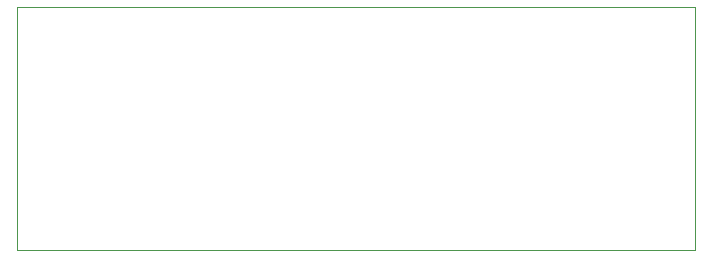
<source format=gbr>
%TF.GenerationSoftware,KiCad,Pcbnew,(6.0.0-0)*%
%TF.CreationDate,2022-07-05T21:59:06-04:00*%
%TF.ProjectId,IO-VGA-output,494f2d56-4741-42d6-9f75-747075742e6b,rev?*%
%TF.SameCoordinates,Original*%
%TF.FileFunction,Profile,NP*%
%FSLAX46Y46*%
G04 Gerber Fmt 4.6, Leading zero omitted, Abs format (unit mm)*
G04 Created by KiCad (PCBNEW (6.0.0-0)) date 2022-07-05 21:59:06*
%MOMM*%
%LPD*%
G01*
G04 APERTURE LIST*
%TA.AperFunction,Profile*%
%ADD10C,0.050000*%
%TD*%
G04 APERTURE END LIST*
D10*
X118618000Y-86868000D02*
X176022000Y-86868000D01*
X176022000Y-86868000D02*
X176022000Y-107442000D01*
X176022000Y-107442000D02*
X118618000Y-107442000D01*
X118618000Y-107442000D02*
X118618000Y-86868000D01*
M02*

</source>
